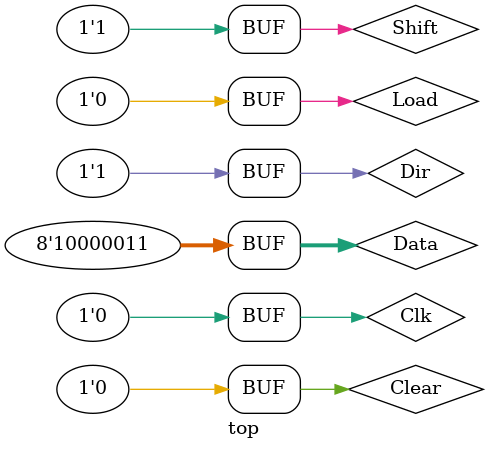
<source format=v>
module top;

    reg [7:0] Data;
    reg Load , Clear , Clk , Shift , Dir;

    wire[7:0] OUT;

    Shift_reg Sh(Clk , Load , Data , Clear , Shift , Dir , OUT);

    initial begin
        #100 {Data , Load , Clear , Clk , Shift , Dir} = 13'b1000001110000;
        #100 {Clk} = 1'b1;
        #100 {Data , Load , Clear , Clk , Shift , Dir} = 13'b1000001101000;
        #100 {Clk} = 1'b1;
        #100 {Data , Load , Clear , Clk , Shift , Dir} = 13'b1000001100010;
        #100 {Clk} = 1'b1;
        #100 {Data , Load , Clear , Clk , Shift , Dir} = 13'b1000001100011;
        #50;

    end


endmodule
</source>
